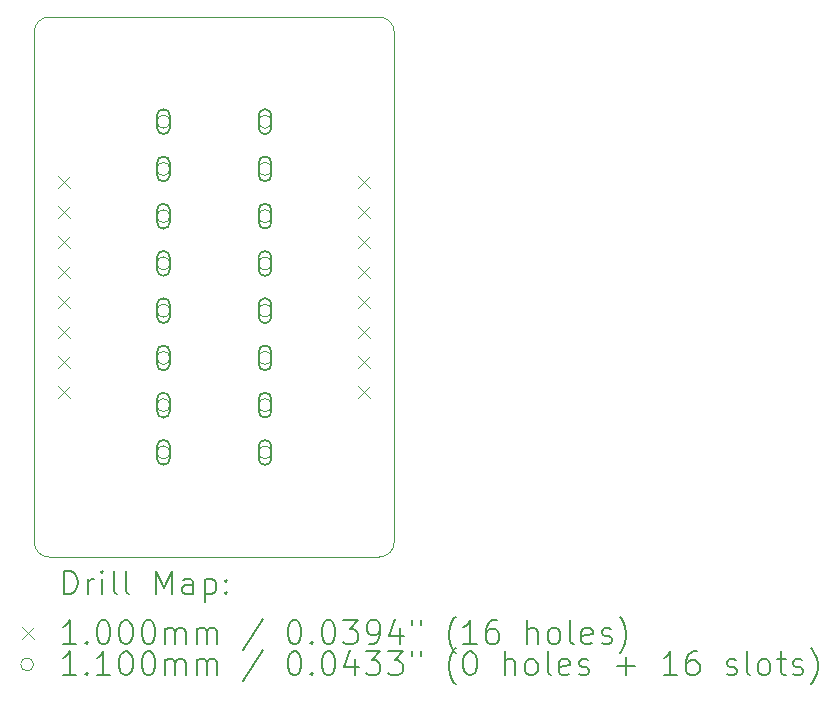
<source format=gbr>
%TF.GenerationSoftware,KiCad,Pcbnew,(6.0.11)*%
%TF.CreationDate,2023-02-06T21:00:16+10:00*%
%TF.ProjectId,can_explorer,63616e5f-6578-4706-9c6f-7265722e6b69,rev?*%
%TF.SameCoordinates,Original*%
%TF.FileFunction,Drillmap*%
%TF.FilePolarity,Positive*%
%FSLAX45Y45*%
G04 Gerber Fmt 4.5, Leading zero omitted, Abs format (unit mm)*
G04 Created by KiCad (PCBNEW (6.0.11)) date 2023-02-06 21:00:16*
%MOMM*%
%LPD*%
G01*
G04 APERTURE LIST*
%ADD10C,0.100000*%
%ADD11C,0.200000*%
%ADD12C,0.110000*%
G04 APERTURE END LIST*
D10*
X16129000Y-5842000D02*
X13335000Y-5842000D01*
X13335000Y-10414000D02*
X16129000Y-10414000D01*
X13208000Y-5969000D02*
X13208000Y-10287000D01*
X13335000Y-5842000D02*
G75*
G03*
X13208000Y-5969000I0J-127000D01*
G01*
X13208000Y-10287000D02*
G75*
G03*
X13335000Y-10414000I127000J0D01*
G01*
X16129000Y-10414000D02*
G75*
G03*
X16256000Y-10287000I0J127000D01*
G01*
X16256000Y-10287000D02*
X16256000Y-5969000D01*
X16256000Y-5969000D02*
G75*
G03*
X16129000Y-5842000I-127000J0D01*
G01*
D11*
D10*
X13412000Y-7189000D02*
X13512000Y-7289000D01*
X13512000Y-7189000D02*
X13412000Y-7289000D01*
X13412000Y-7443000D02*
X13512000Y-7543000D01*
X13512000Y-7443000D02*
X13412000Y-7543000D01*
X13412000Y-7697000D02*
X13512000Y-7797000D01*
X13512000Y-7697000D02*
X13412000Y-7797000D01*
X13412000Y-7951000D02*
X13512000Y-8051000D01*
X13512000Y-7951000D02*
X13412000Y-8051000D01*
X13412000Y-8205000D02*
X13512000Y-8305000D01*
X13512000Y-8205000D02*
X13412000Y-8305000D01*
X13412000Y-8459000D02*
X13512000Y-8559000D01*
X13512000Y-8459000D02*
X13412000Y-8559000D01*
X13412000Y-8713000D02*
X13512000Y-8813000D01*
X13512000Y-8713000D02*
X13412000Y-8813000D01*
X13412000Y-8967000D02*
X13512000Y-9067000D01*
X13512000Y-8967000D02*
X13412000Y-9067000D01*
X15952000Y-7189000D02*
X16052000Y-7289000D01*
X16052000Y-7189000D02*
X15952000Y-7289000D01*
X15952000Y-7443000D02*
X16052000Y-7543000D01*
X16052000Y-7443000D02*
X15952000Y-7543000D01*
X15952000Y-7697000D02*
X16052000Y-7797000D01*
X16052000Y-7697000D02*
X15952000Y-7797000D01*
X15952000Y-7951000D02*
X16052000Y-8051000D01*
X16052000Y-7951000D02*
X15952000Y-8051000D01*
X15952000Y-8205000D02*
X16052000Y-8305000D01*
X16052000Y-8205000D02*
X15952000Y-8305000D01*
X15952000Y-8459000D02*
X16052000Y-8559000D01*
X16052000Y-8459000D02*
X15952000Y-8559000D01*
X15952000Y-8713000D02*
X16052000Y-8813000D01*
X16052000Y-8713000D02*
X15952000Y-8813000D01*
X15952000Y-8967000D02*
X16052000Y-9067000D01*
X16052000Y-8967000D02*
X15952000Y-9067000D01*
D12*
X14357000Y-6728000D02*
G75*
G03*
X14357000Y-6728000I-55000J0D01*
G01*
D11*
X14247000Y-6678000D02*
X14247000Y-6778000D01*
X14357000Y-6678000D02*
X14357000Y-6778000D01*
X14247000Y-6778000D02*
G75*
G03*
X14357000Y-6778000I55000J0D01*
G01*
X14357000Y-6678000D02*
G75*
G03*
X14247000Y-6678000I-55000J0D01*
G01*
D12*
X14357000Y-7128000D02*
G75*
G03*
X14357000Y-7128000I-55000J0D01*
G01*
D11*
X14247000Y-7078000D02*
X14247000Y-7178000D01*
X14357000Y-7078000D02*
X14357000Y-7178000D01*
X14247000Y-7178000D02*
G75*
G03*
X14357000Y-7178000I55000J0D01*
G01*
X14357000Y-7078000D02*
G75*
G03*
X14247000Y-7078000I-55000J0D01*
G01*
D12*
X14357000Y-7528000D02*
G75*
G03*
X14357000Y-7528000I-55000J0D01*
G01*
D11*
X14247000Y-7478000D02*
X14247000Y-7578000D01*
X14357000Y-7478000D02*
X14357000Y-7578000D01*
X14247000Y-7578000D02*
G75*
G03*
X14357000Y-7578000I55000J0D01*
G01*
X14357000Y-7478000D02*
G75*
G03*
X14247000Y-7478000I-55000J0D01*
G01*
D12*
X14357000Y-7928000D02*
G75*
G03*
X14357000Y-7928000I-55000J0D01*
G01*
D11*
X14247000Y-7878000D02*
X14247000Y-7978000D01*
X14357000Y-7878000D02*
X14357000Y-7978000D01*
X14247000Y-7978000D02*
G75*
G03*
X14357000Y-7978000I55000J0D01*
G01*
X14357000Y-7878000D02*
G75*
G03*
X14247000Y-7878000I-55000J0D01*
G01*
D12*
X14357000Y-8328000D02*
G75*
G03*
X14357000Y-8328000I-55000J0D01*
G01*
D11*
X14247000Y-8278000D02*
X14247000Y-8378000D01*
X14357000Y-8278000D02*
X14357000Y-8378000D01*
X14247000Y-8378000D02*
G75*
G03*
X14357000Y-8378000I55000J0D01*
G01*
X14357000Y-8278000D02*
G75*
G03*
X14247000Y-8278000I-55000J0D01*
G01*
D12*
X14357000Y-8728000D02*
G75*
G03*
X14357000Y-8728000I-55000J0D01*
G01*
D11*
X14247000Y-8678000D02*
X14247000Y-8778000D01*
X14357000Y-8678000D02*
X14357000Y-8778000D01*
X14247000Y-8778000D02*
G75*
G03*
X14357000Y-8778000I55000J0D01*
G01*
X14357000Y-8678000D02*
G75*
G03*
X14247000Y-8678000I-55000J0D01*
G01*
D12*
X14357000Y-9128000D02*
G75*
G03*
X14357000Y-9128000I-55000J0D01*
G01*
D11*
X14247000Y-9078000D02*
X14247000Y-9178000D01*
X14357000Y-9078000D02*
X14357000Y-9178000D01*
X14247000Y-9178000D02*
G75*
G03*
X14357000Y-9178000I55000J0D01*
G01*
X14357000Y-9078000D02*
G75*
G03*
X14247000Y-9078000I-55000J0D01*
G01*
D12*
X14357000Y-9528000D02*
G75*
G03*
X14357000Y-9528000I-55000J0D01*
G01*
D11*
X14247000Y-9478000D02*
X14247000Y-9578000D01*
X14357000Y-9478000D02*
X14357000Y-9578000D01*
X14247000Y-9578000D02*
G75*
G03*
X14357000Y-9578000I55000J0D01*
G01*
X14357000Y-9478000D02*
G75*
G03*
X14247000Y-9478000I-55000J0D01*
G01*
D12*
X15217000Y-6728000D02*
G75*
G03*
X15217000Y-6728000I-55000J0D01*
G01*
D11*
X15107000Y-6678000D02*
X15107000Y-6778000D01*
X15217000Y-6678000D02*
X15217000Y-6778000D01*
X15107000Y-6778000D02*
G75*
G03*
X15217000Y-6778000I55000J0D01*
G01*
X15217000Y-6678000D02*
G75*
G03*
X15107000Y-6678000I-55000J0D01*
G01*
D12*
X15217000Y-7128000D02*
G75*
G03*
X15217000Y-7128000I-55000J0D01*
G01*
D11*
X15107000Y-7078000D02*
X15107000Y-7178000D01*
X15217000Y-7078000D02*
X15217000Y-7178000D01*
X15107000Y-7178000D02*
G75*
G03*
X15217000Y-7178000I55000J0D01*
G01*
X15217000Y-7078000D02*
G75*
G03*
X15107000Y-7078000I-55000J0D01*
G01*
D12*
X15217000Y-7528000D02*
G75*
G03*
X15217000Y-7528000I-55000J0D01*
G01*
D11*
X15107000Y-7478000D02*
X15107000Y-7578000D01*
X15217000Y-7478000D02*
X15217000Y-7578000D01*
X15107000Y-7578000D02*
G75*
G03*
X15217000Y-7578000I55000J0D01*
G01*
X15217000Y-7478000D02*
G75*
G03*
X15107000Y-7478000I-55000J0D01*
G01*
D12*
X15217000Y-7928000D02*
G75*
G03*
X15217000Y-7928000I-55000J0D01*
G01*
D11*
X15107000Y-7878000D02*
X15107000Y-7978000D01*
X15217000Y-7878000D02*
X15217000Y-7978000D01*
X15107000Y-7978000D02*
G75*
G03*
X15217000Y-7978000I55000J0D01*
G01*
X15217000Y-7878000D02*
G75*
G03*
X15107000Y-7878000I-55000J0D01*
G01*
D12*
X15217000Y-8328000D02*
G75*
G03*
X15217000Y-8328000I-55000J0D01*
G01*
D11*
X15107000Y-8278000D02*
X15107000Y-8378000D01*
X15217000Y-8278000D02*
X15217000Y-8378000D01*
X15107000Y-8378000D02*
G75*
G03*
X15217000Y-8378000I55000J0D01*
G01*
X15217000Y-8278000D02*
G75*
G03*
X15107000Y-8278000I-55000J0D01*
G01*
D12*
X15217000Y-8728000D02*
G75*
G03*
X15217000Y-8728000I-55000J0D01*
G01*
D11*
X15107000Y-8678000D02*
X15107000Y-8778000D01*
X15217000Y-8678000D02*
X15217000Y-8778000D01*
X15107000Y-8778000D02*
G75*
G03*
X15217000Y-8778000I55000J0D01*
G01*
X15217000Y-8678000D02*
G75*
G03*
X15107000Y-8678000I-55000J0D01*
G01*
D12*
X15217000Y-9128000D02*
G75*
G03*
X15217000Y-9128000I-55000J0D01*
G01*
D11*
X15107000Y-9078000D02*
X15107000Y-9178000D01*
X15217000Y-9078000D02*
X15217000Y-9178000D01*
X15107000Y-9178000D02*
G75*
G03*
X15217000Y-9178000I55000J0D01*
G01*
X15217000Y-9078000D02*
G75*
G03*
X15107000Y-9078000I-55000J0D01*
G01*
D12*
X15217000Y-9528000D02*
G75*
G03*
X15217000Y-9528000I-55000J0D01*
G01*
D11*
X15107000Y-9478000D02*
X15107000Y-9578000D01*
X15217000Y-9478000D02*
X15217000Y-9578000D01*
X15107000Y-9578000D02*
G75*
G03*
X15217000Y-9578000I55000J0D01*
G01*
X15217000Y-9478000D02*
G75*
G03*
X15107000Y-9478000I-55000J0D01*
G01*
X13460619Y-10729476D02*
X13460619Y-10529476D01*
X13508238Y-10529476D01*
X13536809Y-10539000D01*
X13555857Y-10558048D01*
X13565381Y-10577095D01*
X13574905Y-10615190D01*
X13574905Y-10643762D01*
X13565381Y-10681857D01*
X13555857Y-10700905D01*
X13536809Y-10719952D01*
X13508238Y-10729476D01*
X13460619Y-10729476D01*
X13660619Y-10729476D02*
X13660619Y-10596143D01*
X13660619Y-10634238D02*
X13670143Y-10615190D01*
X13679667Y-10605667D01*
X13698714Y-10596143D01*
X13717762Y-10596143D01*
X13784428Y-10729476D02*
X13784428Y-10596143D01*
X13784428Y-10529476D02*
X13774905Y-10539000D01*
X13784428Y-10548524D01*
X13793952Y-10539000D01*
X13784428Y-10529476D01*
X13784428Y-10548524D01*
X13908238Y-10729476D02*
X13889190Y-10719952D01*
X13879667Y-10700905D01*
X13879667Y-10529476D01*
X14013000Y-10729476D02*
X13993952Y-10719952D01*
X13984428Y-10700905D01*
X13984428Y-10529476D01*
X14241571Y-10729476D02*
X14241571Y-10529476D01*
X14308238Y-10672333D01*
X14374905Y-10529476D01*
X14374905Y-10729476D01*
X14555857Y-10729476D02*
X14555857Y-10624714D01*
X14546333Y-10605667D01*
X14527286Y-10596143D01*
X14489190Y-10596143D01*
X14470143Y-10605667D01*
X14555857Y-10719952D02*
X14536809Y-10729476D01*
X14489190Y-10729476D01*
X14470143Y-10719952D01*
X14460619Y-10700905D01*
X14460619Y-10681857D01*
X14470143Y-10662810D01*
X14489190Y-10653286D01*
X14536809Y-10653286D01*
X14555857Y-10643762D01*
X14651095Y-10596143D02*
X14651095Y-10796143D01*
X14651095Y-10605667D02*
X14670143Y-10596143D01*
X14708238Y-10596143D01*
X14727286Y-10605667D01*
X14736809Y-10615190D01*
X14746333Y-10634238D01*
X14746333Y-10691381D01*
X14736809Y-10710429D01*
X14727286Y-10719952D01*
X14708238Y-10729476D01*
X14670143Y-10729476D01*
X14651095Y-10719952D01*
X14832048Y-10710429D02*
X14841571Y-10719952D01*
X14832048Y-10729476D01*
X14822524Y-10719952D01*
X14832048Y-10710429D01*
X14832048Y-10729476D01*
X14832048Y-10605667D02*
X14841571Y-10615190D01*
X14832048Y-10624714D01*
X14822524Y-10615190D01*
X14832048Y-10605667D01*
X14832048Y-10624714D01*
D10*
X13103000Y-11009000D02*
X13203000Y-11109000D01*
X13203000Y-11009000D02*
X13103000Y-11109000D01*
D11*
X13565381Y-11149476D02*
X13451095Y-11149476D01*
X13508238Y-11149476D02*
X13508238Y-10949476D01*
X13489190Y-10978048D01*
X13470143Y-10997095D01*
X13451095Y-11006619D01*
X13651095Y-11130429D02*
X13660619Y-11139952D01*
X13651095Y-11149476D01*
X13641571Y-11139952D01*
X13651095Y-11130429D01*
X13651095Y-11149476D01*
X13784428Y-10949476D02*
X13803476Y-10949476D01*
X13822524Y-10959000D01*
X13832048Y-10968524D01*
X13841571Y-10987571D01*
X13851095Y-11025667D01*
X13851095Y-11073286D01*
X13841571Y-11111381D01*
X13832048Y-11130429D01*
X13822524Y-11139952D01*
X13803476Y-11149476D01*
X13784428Y-11149476D01*
X13765381Y-11139952D01*
X13755857Y-11130429D01*
X13746333Y-11111381D01*
X13736809Y-11073286D01*
X13736809Y-11025667D01*
X13746333Y-10987571D01*
X13755857Y-10968524D01*
X13765381Y-10959000D01*
X13784428Y-10949476D01*
X13974905Y-10949476D02*
X13993952Y-10949476D01*
X14013000Y-10959000D01*
X14022524Y-10968524D01*
X14032048Y-10987571D01*
X14041571Y-11025667D01*
X14041571Y-11073286D01*
X14032048Y-11111381D01*
X14022524Y-11130429D01*
X14013000Y-11139952D01*
X13993952Y-11149476D01*
X13974905Y-11149476D01*
X13955857Y-11139952D01*
X13946333Y-11130429D01*
X13936809Y-11111381D01*
X13927286Y-11073286D01*
X13927286Y-11025667D01*
X13936809Y-10987571D01*
X13946333Y-10968524D01*
X13955857Y-10959000D01*
X13974905Y-10949476D01*
X14165381Y-10949476D02*
X14184428Y-10949476D01*
X14203476Y-10959000D01*
X14213000Y-10968524D01*
X14222524Y-10987571D01*
X14232048Y-11025667D01*
X14232048Y-11073286D01*
X14222524Y-11111381D01*
X14213000Y-11130429D01*
X14203476Y-11139952D01*
X14184428Y-11149476D01*
X14165381Y-11149476D01*
X14146333Y-11139952D01*
X14136809Y-11130429D01*
X14127286Y-11111381D01*
X14117762Y-11073286D01*
X14117762Y-11025667D01*
X14127286Y-10987571D01*
X14136809Y-10968524D01*
X14146333Y-10959000D01*
X14165381Y-10949476D01*
X14317762Y-11149476D02*
X14317762Y-11016143D01*
X14317762Y-11035190D02*
X14327286Y-11025667D01*
X14346333Y-11016143D01*
X14374905Y-11016143D01*
X14393952Y-11025667D01*
X14403476Y-11044714D01*
X14403476Y-11149476D01*
X14403476Y-11044714D02*
X14413000Y-11025667D01*
X14432048Y-11016143D01*
X14460619Y-11016143D01*
X14479667Y-11025667D01*
X14489190Y-11044714D01*
X14489190Y-11149476D01*
X14584428Y-11149476D02*
X14584428Y-11016143D01*
X14584428Y-11035190D02*
X14593952Y-11025667D01*
X14613000Y-11016143D01*
X14641571Y-11016143D01*
X14660619Y-11025667D01*
X14670143Y-11044714D01*
X14670143Y-11149476D01*
X14670143Y-11044714D02*
X14679667Y-11025667D01*
X14698714Y-11016143D01*
X14727286Y-11016143D01*
X14746333Y-11025667D01*
X14755857Y-11044714D01*
X14755857Y-11149476D01*
X15146333Y-10939952D02*
X14974905Y-11197095D01*
X15403476Y-10949476D02*
X15422524Y-10949476D01*
X15441571Y-10959000D01*
X15451095Y-10968524D01*
X15460619Y-10987571D01*
X15470143Y-11025667D01*
X15470143Y-11073286D01*
X15460619Y-11111381D01*
X15451095Y-11130429D01*
X15441571Y-11139952D01*
X15422524Y-11149476D01*
X15403476Y-11149476D01*
X15384428Y-11139952D01*
X15374905Y-11130429D01*
X15365381Y-11111381D01*
X15355857Y-11073286D01*
X15355857Y-11025667D01*
X15365381Y-10987571D01*
X15374905Y-10968524D01*
X15384428Y-10959000D01*
X15403476Y-10949476D01*
X15555857Y-11130429D02*
X15565381Y-11139952D01*
X15555857Y-11149476D01*
X15546333Y-11139952D01*
X15555857Y-11130429D01*
X15555857Y-11149476D01*
X15689190Y-10949476D02*
X15708238Y-10949476D01*
X15727286Y-10959000D01*
X15736809Y-10968524D01*
X15746333Y-10987571D01*
X15755857Y-11025667D01*
X15755857Y-11073286D01*
X15746333Y-11111381D01*
X15736809Y-11130429D01*
X15727286Y-11139952D01*
X15708238Y-11149476D01*
X15689190Y-11149476D01*
X15670143Y-11139952D01*
X15660619Y-11130429D01*
X15651095Y-11111381D01*
X15641571Y-11073286D01*
X15641571Y-11025667D01*
X15651095Y-10987571D01*
X15660619Y-10968524D01*
X15670143Y-10959000D01*
X15689190Y-10949476D01*
X15822524Y-10949476D02*
X15946333Y-10949476D01*
X15879667Y-11025667D01*
X15908238Y-11025667D01*
X15927286Y-11035190D01*
X15936809Y-11044714D01*
X15946333Y-11063762D01*
X15946333Y-11111381D01*
X15936809Y-11130429D01*
X15927286Y-11139952D01*
X15908238Y-11149476D01*
X15851095Y-11149476D01*
X15832048Y-11139952D01*
X15822524Y-11130429D01*
X16041571Y-11149476D02*
X16079667Y-11149476D01*
X16098714Y-11139952D01*
X16108238Y-11130429D01*
X16127286Y-11101857D01*
X16136809Y-11063762D01*
X16136809Y-10987571D01*
X16127286Y-10968524D01*
X16117762Y-10959000D01*
X16098714Y-10949476D01*
X16060619Y-10949476D01*
X16041571Y-10959000D01*
X16032048Y-10968524D01*
X16022524Y-10987571D01*
X16022524Y-11035190D01*
X16032048Y-11054238D01*
X16041571Y-11063762D01*
X16060619Y-11073286D01*
X16098714Y-11073286D01*
X16117762Y-11063762D01*
X16127286Y-11054238D01*
X16136809Y-11035190D01*
X16308238Y-11016143D02*
X16308238Y-11149476D01*
X16260619Y-10939952D02*
X16213000Y-11082810D01*
X16336809Y-11082810D01*
X16403476Y-10949476D02*
X16403476Y-10987571D01*
X16479667Y-10949476D02*
X16479667Y-10987571D01*
X16774905Y-11225667D02*
X16765381Y-11216143D01*
X16746333Y-11187571D01*
X16736809Y-11168524D01*
X16727286Y-11139952D01*
X16717762Y-11092333D01*
X16717762Y-11054238D01*
X16727286Y-11006619D01*
X16736809Y-10978048D01*
X16746333Y-10959000D01*
X16765381Y-10930429D01*
X16774905Y-10920905D01*
X16955857Y-11149476D02*
X16841571Y-11149476D01*
X16898714Y-11149476D02*
X16898714Y-10949476D01*
X16879667Y-10978048D01*
X16860619Y-10997095D01*
X16841571Y-11006619D01*
X17127286Y-10949476D02*
X17089190Y-10949476D01*
X17070143Y-10959000D01*
X17060619Y-10968524D01*
X17041571Y-10997095D01*
X17032048Y-11035190D01*
X17032048Y-11111381D01*
X17041571Y-11130429D01*
X17051095Y-11139952D01*
X17070143Y-11149476D01*
X17108238Y-11149476D01*
X17127286Y-11139952D01*
X17136810Y-11130429D01*
X17146333Y-11111381D01*
X17146333Y-11063762D01*
X17136810Y-11044714D01*
X17127286Y-11035190D01*
X17108238Y-11025667D01*
X17070143Y-11025667D01*
X17051095Y-11035190D01*
X17041571Y-11044714D01*
X17032048Y-11063762D01*
X17384429Y-11149476D02*
X17384429Y-10949476D01*
X17470143Y-11149476D02*
X17470143Y-11044714D01*
X17460619Y-11025667D01*
X17441571Y-11016143D01*
X17413000Y-11016143D01*
X17393952Y-11025667D01*
X17384429Y-11035190D01*
X17593952Y-11149476D02*
X17574905Y-11139952D01*
X17565381Y-11130429D01*
X17555857Y-11111381D01*
X17555857Y-11054238D01*
X17565381Y-11035190D01*
X17574905Y-11025667D01*
X17593952Y-11016143D01*
X17622524Y-11016143D01*
X17641571Y-11025667D01*
X17651095Y-11035190D01*
X17660619Y-11054238D01*
X17660619Y-11111381D01*
X17651095Y-11130429D01*
X17641571Y-11139952D01*
X17622524Y-11149476D01*
X17593952Y-11149476D01*
X17774905Y-11149476D02*
X17755857Y-11139952D01*
X17746333Y-11120905D01*
X17746333Y-10949476D01*
X17927286Y-11139952D02*
X17908238Y-11149476D01*
X17870143Y-11149476D01*
X17851095Y-11139952D01*
X17841571Y-11120905D01*
X17841571Y-11044714D01*
X17851095Y-11025667D01*
X17870143Y-11016143D01*
X17908238Y-11016143D01*
X17927286Y-11025667D01*
X17936810Y-11044714D01*
X17936810Y-11063762D01*
X17841571Y-11082810D01*
X18013000Y-11139952D02*
X18032048Y-11149476D01*
X18070143Y-11149476D01*
X18089190Y-11139952D01*
X18098714Y-11120905D01*
X18098714Y-11111381D01*
X18089190Y-11092333D01*
X18070143Y-11082810D01*
X18041571Y-11082810D01*
X18022524Y-11073286D01*
X18013000Y-11054238D01*
X18013000Y-11044714D01*
X18022524Y-11025667D01*
X18041571Y-11016143D01*
X18070143Y-11016143D01*
X18089190Y-11025667D01*
X18165381Y-11225667D02*
X18174905Y-11216143D01*
X18193952Y-11187571D01*
X18203476Y-11168524D01*
X18213000Y-11139952D01*
X18222524Y-11092333D01*
X18222524Y-11054238D01*
X18213000Y-11006619D01*
X18203476Y-10978048D01*
X18193952Y-10959000D01*
X18174905Y-10930429D01*
X18165381Y-10920905D01*
D12*
X13203000Y-11323000D02*
G75*
G03*
X13203000Y-11323000I-55000J0D01*
G01*
D11*
X13565381Y-11413476D02*
X13451095Y-11413476D01*
X13508238Y-11413476D02*
X13508238Y-11213476D01*
X13489190Y-11242048D01*
X13470143Y-11261095D01*
X13451095Y-11270619D01*
X13651095Y-11394428D02*
X13660619Y-11403952D01*
X13651095Y-11413476D01*
X13641571Y-11403952D01*
X13651095Y-11394428D01*
X13651095Y-11413476D01*
X13851095Y-11413476D02*
X13736809Y-11413476D01*
X13793952Y-11413476D02*
X13793952Y-11213476D01*
X13774905Y-11242048D01*
X13755857Y-11261095D01*
X13736809Y-11270619D01*
X13974905Y-11213476D02*
X13993952Y-11213476D01*
X14013000Y-11223000D01*
X14022524Y-11232524D01*
X14032048Y-11251571D01*
X14041571Y-11289667D01*
X14041571Y-11337286D01*
X14032048Y-11375381D01*
X14022524Y-11394428D01*
X14013000Y-11403952D01*
X13993952Y-11413476D01*
X13974905Y-11413476D01*
X13955857Y-11403952D01*
X13946333Y-11394428D01*
X13936809Y-11375381D01*
X13927286Y-11337286D01*
X13927286Y-11289667D01*
X13936809Y-11251571D01*
X13946333Y-11232524D01*
X13955857Y-11223000D01*
X13974905Y-11213476D01*
X14165381Y-11213476D02*
X14184428Y-11213476D01*
X14203476Y-11223000D01*
X14213000Y-11232524D01*
X14222524Y-11251571D01*
X14232048Y-11289667D01*
X14232048Y-11337286D01*
X14222524Y-11375381D01*
X14213000Y-11394428D01*
X14203476Y-11403952D01*
X14184428Y-11413476D01*
X14165381Y-11413476D01*
X14146333Y-11403952D01*
X14136809Y-11394428D01*
X14127286Y-11375381D01*
X14117762Y-11337286D01*
X14117762Y-11289667D01*
X14127286Y-11251571D01*
X14136809Y-11232524D01*
X14146333Y-11223000D01*
X14165381Y-11213476D01*
X14317762Y-11413476D02*
X14317762Y-11280143D01*
X14317762Y-11299190D02*
X14327286Y-11289667D01*
X14346333Y-11280143D01*
X14374905Y-11280143D01*
X14393952Y-11289667D01*
X14403476Y-11308714D01*
X14403476Y-11413476D01*
X14403476Y-11308714D02*
X14413000Y-11289667D01*
X14432048Y-11280143D01*
X14460619Y-11280143D01*
X14479667Y-11289667D01*
X14489190Y-11308714D01*
X14489190Y-11413476D01*
X14584428Y-11413476D02*
X14584428Y-11280143D01*
X14584428Y-11299190D02*
X14593952Y-11289667D01*
X14613000Y-11280143D01*
X14641571Y-11280143D01*
X14660619Y-11289667D01*
X14670143Y-11308714D01*
X14670143Y-11413476D01*
X14670143Y-11308714D02*
X14679667Y-11289667D01*
X14698714Y-11280143D01*
X14727286Y-11280143D01*
X14746333Y-11289667D01*
X14755857Y-11308714D01*
X14755857Y-11413476D01*
X15146333Y-11203952D02*
X14974905Y-11461095D01*
X15403476Y-11213476D02*
X15422524Y-11213476D01*
X15441571Y-11223000D01*
X15451095Y-11232524D01*
X15460619Y-11251571D01*
X15470143Y-11289667D01*
X15470143Y-11337286D01*
X15460619Y-11375381D01*
X15451095Y-11394428D01*
X15441571Y-11403952D01*
X15422524Y-11413476D01*
X15403476Y-11413476D01*
X15384428Y-11403952D01*
X15374905Y-11394428D01*
X15365381Y-11375381D01*
X15355857Y-11337286D01*
X15355857Y-11289667D01*
X15365381Y-11251571D01*
X15374905Y-11232524D01*
X15384428Y-11223000D01*
X15403476Y-11213476D01*
X15555857Y-11394428D02*
X15565381Y-11403952D01*
X15555857Y-11413476D01*
X15546333Y-11403952D01*
X15555857Y-11394428D01*
X15555857Y-11413476D01*
X15689190Y-11213476D02*
X15708238Y-11213476D01*
X15727286Y-11223000D01*
X15736809Y-11232524D01*
X15746333Y-11251571D01*
X15755857Y-11289667D01*
X15755857Y-11337286D01*
X15746333Y-11375381D01*
X15736809Y-11394428D01*
X15727286Y-11403952D01*
X15708238Y-11413476D01*
X15689190Y-11413476D01*
X15670143Y-11403952D01*
X15660619Y-11394428D01*
X15651095Y-11375381D01*
X15641571Y-11337286D01*
X15641571Y-11289667D01*
X15651095Y-11251571D01*
X15660619Y-11232524D01*
X15670143Y-11223000D01*
X15689190Y-11213476D01*
X15927286Y-11280143D02*
X15927286Y-11413476D01*
X15879667Y-11203952D02*
X15832048Y-11346809D01*
X15955857Y-11346809D01*
X16013000Y-11213476D02*
X16136809Y-11213476D01*
X16070143Y-11289667D01*
X16098714Y-11289667D01*
X16117762Y-11299190D01*
X16127286Y-11308714D01*
X16136809Y-11327762D01*
X16136809Y-11375381D01*
X16127286Y-11394428D01*
X16117762Y-11403952D01*
X16098714Y-11413476D01*
X16041571Y-11413476D01*
X16022524Y-11403952D01*
X16013000Y-11394428D01*
X16203476Y-11213476D02*
X16327286Y-11213476D01*
X16260619Y-11289667D01*
X16289190Y-11289667D01*
X16308238Y-11299190D01*
X16317762Y-11308714D01*
X16327286Y-11327762D01*
X16327286Y-11375381D01*
X16317762Y-11394428D01*
X16308238Y-11403952D01*
X16289190Y-11413476D01*
X16232048Y-11413476D01*
X16213000Y-11403952D01*
X16203476Y-11394428D01*
X16403476Y-11213476D02*
X16403476Y-11251571D01*
X16479667Y-11213476D02*
X16479667Y-11251571D01*
X16774905Y-11489667D02*
X16765381Y-11480143D01*
X16746333Y-11451571D01*
X16736809Y-11432524D01*
X16727286Y-11403952D01*
X16717762Y-11356333D01*
X16717762Y-11318238D01*
X16727286Y-11270619D01*
X16736809Y-11242048D01*
X16746333Y-11223000D01*
X16765381Y-11194428D01*
X16774905Y-11184905D01*
X16889190Y-11213476D02*
X16908238Y-11213476D01*
X16927286Y-11223000D01*
X16936810Y-11232524D01*
X16946333Y-11251571D01*
X16955857Y-11289667D01*
X16955857Y-11337286D01*
X16946333Y-11375381D01*
X16936810Y-11394428D01*
X16927286Y-11403952D01*
X16908238Y-11413476D01*
X16889190Y-11413476D01*
X16870143Y-11403952D01*
X16860619Y-11394428D01*
X16851095Y-11375381D01*
X16841571Y-11337286D01*
X16841571Y-11289667D01*
X16851095Y-11251571D01*
X16860619Y-11232524D01*
X16870143Y-11223000D01*
X16889190Y-11213476D01*
X17193952Y-11413476D02*
X17193952Y-11213476D01*
X17279667Y-11413476D02*
X17279667Y-11308714D01*
X17270143Y-11289667D01*
X17251095Y-11280143D01*
X17222524Y-11280143D01*
X17203476Y-11289667D01*
X17193952Y-11299190D01*
X17403476Y-11413476D02*
X17384429Y-11403952D01*
X17374905Y-11394428D01*
X17365381Y-11375381D01*
X17365381Y-11318238D01*
X17374905Y-11299190D01*
X17384429Y-11289667D01*
X17403476Y-11280143D01*
X17432048Y-11280143D01*
X17451095Y-11289667D01*
X17460619Y-11299190D01*
X17470143Y-11318238D01*
X17470143Y-11375381D01*
X17460619Y-11394428D01*
X17451095Y-11403952D01*
X17432048Y-11413476D01*
X17403476Y-11413476D01*
X17584429Y-11413476D02*
X17565381Y-11403952D01*
X17555857Y-11384905D01*
X17555857Y-11213476D01*
X17736810Y-11403952D02*
X17717762Y-11413476D01*
X17679667Y-11413476D01*
X17660619Y-11403952D01*
X17651095Y-11384905D01*
X17651095Y-11308714D01*
X17660619Y-11289667D01*
X17679667Y-11280143D01*
X17717762Y-11280143D01*
X17736810Y-11289667D01*
X17746333Y-11308714D01*
X17746333Y-11327762D01*
X17651095Y-11346809D01*
X17822524Y-11403952D02*
X17841571Y-11413476D01*
X17879667Y-11413476D01*
X17898714Y-11403952D01*
X17908238Y-11384905D01*
X17908238Y-11375381D01*
X17898714Y-11356333D01*
X17879667Y-11346809D01*
X17851095Y-11346809D01*
X17832048Y-11337286D01*
X17822524Y-11318238D01*
X17822524Y-11308714D01*
X17832048Y-11289667D01*
X17851095Y-11280143D01*
X17879667Y-11280143D01*
X17898714Y-11289667D01*
X18146333Y-11337286D02*
X18298714Y-11337286D01*
X18222524Y-11413476D02*
X18222524Y-11261095D01*
X18651095Y-11413476D02*
X18536810Y-11413476D01*
X18593952Y-11413476D02*
X18593952Y-11213476D01*
X18574905Y-11242048D01*
X18555857Y-11261095D01*
X18536810Y-11270619D01*
X18822524Y-11213476D02*
X18784429Y-11213476D01*
X18765381Y-11223000D01*
X18755857Y-11232524D01*
X18736810Y-11261095D01*
X18727286Y-11299190D01*
X18727286Y-11375381D01*
X18736810Y-11394428D01*
X18746333Y-11403952D01*
X18765381Y-11413476D01*
X18803476Y-11413476D01*
X18822524Y-11403952D01*
X18832048Y-11394428D01*
X18841571Y-11375381D01*
X18841571Y-11327762D01*
X18832048Y-11308714D01*
X18822524Y-11299190D01*
X18803476Y-11289667D01*
X18765381Y-11289667D01*
X18746333Y-11299190D01*
X18736810Y-11308714D01*
X18727286Y-11327762D01*
X19070143Y-11403952D02*
X19089190Y-11413476D01*
X19127286Y-11413476D01*
X19146333Y-11403952D01*
X19155857Y-11384905D01*
X19155857Y-11375381D01*
X19146333Y-11356333D01*
X19127286Y-11346809D01*
X19098714Y-11346809D01*
X19079667Y-11337286D01*
X19070143Y-11318238D01*
X19070143Y-11308714D01*
X19079667Y-11289667D01*
X19098714Y-11280143D01*
X19127286Y-11280143D01*
X19146333Y-11289667D01*
X19270143Y-11413476D02*
X19251095Y-11403952D01*
X19241571Y-11384905D01*
X19241571Y-11213476D01*
X19374905Y-11413476D02*
X19355857Y-11403952D01*
X19346333Y-11394428D01*
X19336810Y-11375381D01*
X19336810Y-11318238D01*
X19346333Y-11299190D01*
X19355857Y-11289667D01*
X19374905Y-11280143D01*
X19403476Y-11280143D01*
X19422524Y-11289667D01*
X19432048Y-11299190D01*
X19441571Y-11318238D01*
X19441571Y-11375381D01*
X19432048Y-11394428D01*
X19422524Y-11403952D01*
X19403476Y-11413476D01*
X19374905Y-11413476D01*
X19498714Y-11280143D02*
X19574905Y-11280143D01*
X19527286Y-11213476D02*
X19527286Y-11384905D01*
X19536810Y-11403952D01*
X19555857Y-11413476D01*
X19574905Y-11413476D01*
X19632048Y-11403952D02*
X19651095Y-11413476D01*
X19689190Y-11413476D01*
X19708238Y-11403952D01*
X19717762Y-11384905D01*
X19717762Y-11375381D01*
X19708238Y-11356333D01*
X19689190Y-11346809D01*
X19660619Y-11346809D01*
X19641571Y-11337286D01*
X19632048Y-11318238D01*
X19632048Y-11308714D01*
X19641571Y-11289667D01*
X19660619Y-11280143D01*
X19689190Y-11280143D01*
X19708238Y-11289667D01*
X19784429Y-11489667D02*
X19793952Y-11480143D01*
X19813000Y-11451571D01*
X19822524Y-11432524D01*
X19832048Y-11403952D01*
X19841571Y-11356333D01*
X19841571Y-11318238D01*
X19832048Y-11270619D01*
X19822524Y-11242048D01*
X19813000Y-11223000D01*
X19793952Y-11194428D01*
X19784429Y-11184905D01*
M02*

</source>
